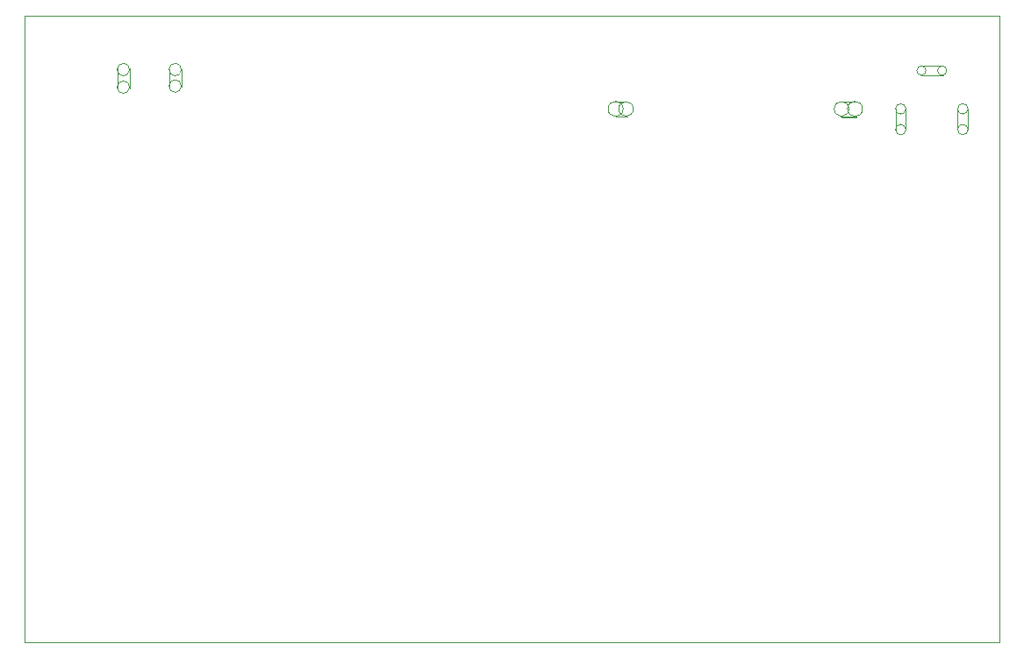
<source format=gm1>
G04 #@! TF.FileFunction,Profile,NP*
%FSLAX46Y46*%
G04 Gerber Fmt 4.6, Leading zero omitted, Abs format (unit mm)*
G04 Created by KiCad (PCBNEW 4.0.7-e2-6376~58~ubuntu16.04.1) date Thu Jan 18 23:56:28 2018*
%MOMM*%
%LPD*%
G01*
G04 APERTURE LIST*
%ADD10C,0.100000*%
G04 APERTURE END LIST*
D10*
X46400000Y-37200000D02*
X46400000Y-38800000D01*
X47600000Y-37200000D02*
X47600000Y-38900000D01*
X47600000Y-38800000D02*
G75*
G03X47600000Y-38800000I-600000J0D01*
G01*
X47600000Y-37200000D02*
G75*
G03X47600000Y-37200000I-600000J0D01*
G01*
X42600000Y-37100000D02*
X42600000Y-39000000D01*
X41400000Y-37100000D02*
X41400000Y-39000000D01*
X42600000Y-38900000D02*
G75*
G03X42600000Y-38900000I-600000J0D01*
G01*
X42600000Y-37200000D02*
G75*
G03X42600000Y-37200000I-600000J0D01*
G01*
X89500000Y-41700000D02*
X90600000Y-41700000D01*
X89400000Y-40300000D02*
X90500000Y-40300000D01*
X91200000Y-41000000D02*
G75*
G03X91200000Y-41000000I-700000J0D01*
G01*
X90228011Y-41000000D02*
G75*
G03X90228011Y-41000000I-728011J0D01*
G01*
X111300000Y-41800000D02*
X112700000Y-41800000D01*
X112700000Y-41700000D02*
X112700000Y-41800000D01*
X111200000Y-41700000D02*
X112700000Y-41700000D01*
X111200000Y-40300000D02*
X112700000Y-40300000D01*
X113328011Y-41000000D02*
G75*
G03X113328011Y-41000000I-728011J0D01*
G01*
X112007107Y-41000000D02*
G75*
G03X112007107Y-41000000I-707107J0D01*
G01*
X119000000Y-37800000D02*
X121100000Y-37800000D01*
X119000000Y-36800000D02*
X121100000Y-36800000D01*
X121447214Y-37300000D02*
G75*
G03X121447214Y-37300000I-447214J0D01*
G01*
X119447214Y-37300000D02*
G75*
G03X119447214Y-37300000I-447214J0D01*
G01*
X122500000Y-41000000D02*
X122500000Y-43000000D01*
X123500000Y-41000000D02*
X123500000Y-43000000D01*
X123500000Y-43000000D02*
G75*
G03X123500000Y-43000000I-500000J0D01*
G01*
X123500000Y-41000000D02*
G75*
G03X123500000Y-41000000I-500000J0D01*
G01*
X116500000Y-41000000D02*
X116500000Y-43000000D01*
X117500000Y-41000000D02*
X117500000Y-43000000D01*
X117500000Y-43000000D02*
G75*
G03X117500000Y-43000000I-500000J0D01*
G01*
X117500000Y-41000000D02*
G75*
G03X117500000Y-41000000I-500000J0D01*
G01*
X32500000Y-92500000D02*
X32500000Y-32000000D01*
X126500000Y-92500000D02*
X32500000Y-92500000D01*
X126500000Y-32000000D02*
X126500000Y-92500000D01*
X32500000Y-32000000D02*
X126500000Y-32000000D01*
M02*

</source>
